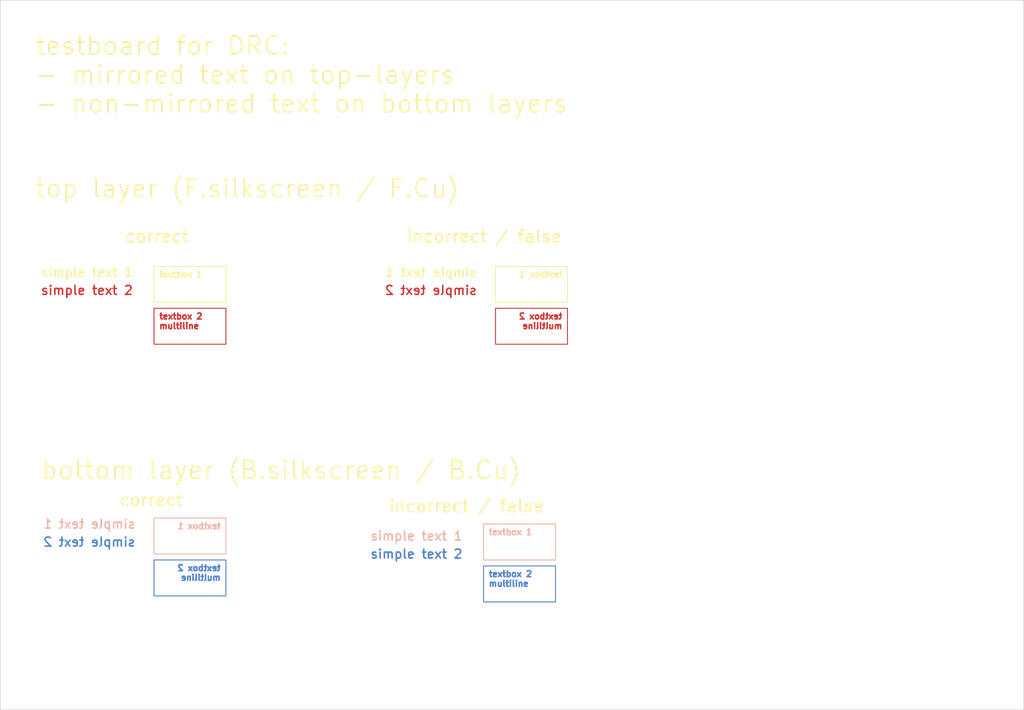
<source format=kicad_pcb>
(kicad_pcb (version 20220914) (generator pcbnew)

  (general
    (thickness 1.026)
  )

  (paper "A3")
  (layers
    (0 "F.Cu" signal)
    (1 "In1.Cu" signal)
    (2 "In2.Cu" signal)
    (31 "B.Cu" signal)
    (34 "B.Paste" user)
    (35 "F.Paste" user)
    (36 "B.SilkS" user "B.Silkscreen")
    (37 "F.SilkS" user "F.Silkscreen")
    (38 "B.Mask" user)
    (39 "F.Mask" user)
    (40 "Dwgs.User" user "User.Drawings")
    (41 "Cmts.User" user "User.Comments")
    (42 "Eco1.User" user "User.Eco1")
    (44 "Edge.Cuts" user)
    (45 "Margin" user)
    (46 "B.CrtYd" user "B.Courtyard")
    (47 "F.CrtYd" user "F.Courtyard")
    (48 "B.Fab" user)
    (49 "F.Fab" user)
  )

  (setup
    (stackup
      (layer "F.SilkS" (type "Top Silk Screen") (color "White"))
      (layer "F.Paste" (type "Top Solder Paste"))
      (layer "F.Mask" (type "Top Solder Mask") (color "Green") (thickness 0.01))
      (layer "F.Cu" (type "copper") (thickness 0.035))
      (layer "dielectric 1" (type "prepreg") (thickness 0.3) (material "FR4") (epsilon_r 4.5) (loss_tangent 0.02))
      (layer "In1.Cu" (type "copper") (thickness 0.018))
      (layer "dielectric 2" (type "core") (thickness 0.3) (material "FR4") (epsilon_r 4.5) (loss_tangent 0.02))
      (layer "In2.Cu" (type "copper") (thickness 0.018))
      (layer "dielectric 3" (type "prepreg") (thickness 0.3) (material "FR4") (epsilon_r 4.5) (loss_tangent 0.02))
      (layer "B.Cu" (type "copper") (thickness 0.035))
      (layer "B.Mask" (type "Bottom Solder Mask") (color "Green") (thickness 0.01))
      (layer "B.Paste" (type "Bottom Solder Paste"))
      (layer "B.SilkS" (type "Bottom Silk Screen") (color "White"))
      (copper_finish "ENIG")
      (dielectric_constraints no)
    )
    (pad_to_mask_clearance 0)
    (pcbplotparams
      (layerselection 0x00010fc_ffffffff)
      (plot_on_all_layers_selection 0x0001000_00000000)
      (disableapertmacros false)
      (usegerberextensions false)
      (usegerberattributes true)
      (usegerberadvancedattributes true)
      (creategerberjobfile true)
      (dashed_line_dash_ratio 12.000000)
      (dashed_line_gap_ratio 3.000000)
      (svgprecision 6)
      (plotframeref false)
      (viasonmask false)
      (mode 1)
      (useauxorigin false)
      (hpglpennumber 1)
      (hpglpenspeed 20)
      (hpglpendiameter 15.000000)
      (dxfpolygonmode true)
      (dxfimperialunits true)
      (dxfusepcbnewfont true)
      (psnegative false)
      (psa4output false)
      (plotreference true)
      (plotvalue true)
      (plotinvisibletext false)
      (sketchpadsonfab false)
      (subtractmaskfromsilk false)
      (outputformat 4)
      (mirror false)
      (drillshape 0)
      (scaleselection 1)
      (outputdirectory "production/")
    )
  )

  (net 0 "")

  (gr_rect (start 9.35 -61.4) (end 180.15 57)
    (stroke (width 0.1) (type default)) (fill none) (layer "Edge.Cuts") (tstamp 911ca37d-8865-4202-a99f-e7891c2d16ae))
  (gr_text "simple text 2" (at 16 -13) (layer "F.Cu") (tstamp 97394bf4-d910-49e0-bda6-baaca7842e99)
    (effects (font (size 1.5 1.5) (thickness 0.25)) (justify left))
  )
  (gr_text "simple text 2" (at 89 -13) (layer "F.Cu") (tstamp ff95eb0d-ff5f-4a8d-a925-d60a05d1fff2)
    (effects (font (size 1.5 1.5) (thickness 0.25)) (justify left mirror))
  )
  (gr_text "simple text 2" (at 71 31) (layer "B.Cu") (tstamp 18ca425a-3b7e-4cc7-8440-480d3042a171)
    (effects (font (size 1.5 1.5) (thickness 0.25)) (justify left))
  )
  (gr_text "simple text 2" (at 32 29) (layer "B.Cu") (tstamp 790ffc06-45d7-4ed4-b045-d89e829d3135)
    (effects (font (size 1.5 1.5) (thickness 0.25)) (justify left mirror))
  )
  (gr_text "simple text 1" (at 32 26) (layer "B.SilkS") (tstamp 7e3a2863-5a81-4d4a-8295-ed17226136f0)
    (effects (font (size 1.5 1.5) (thickness 0.25)) (justify left mirror))
  )
  (gr_text "simple text 1" (at 71 28) (layer "B.SilkS") (tstamp 8cb8f7df-4caa-483a-b7a1-d40d95e631c7)
    (effects (font (size 1.5 1.5) (thickness 0.25)) (justify left))
  )
  (gr_text "incorrect / false" (at 74 23) (layer "F.SilkS") (tstamp 3a0442d8-8f69-4fb3-85b5-b3ffb208ee62)
    (effects (font (size 2 2) (thickness 0.3)) (justify left))
  )
  (gr_text "incorrect / false" (at 77 -22) (layer "F.SilkS") (tstamp 5527bae0-eadf-41e4-9a4e-e82e31eb71f8)
    (effects (font (size 2 2) (thickness 0.3)) (justify left))
  )
  (gr_text "top layer (F.silkscreen / F.Cu)" (at 15 -30) (layer "F.SilkS") (tstamp 80b69f34-19f5-4535-aecf-df8f3e4851e1)
    (effects (font (size 3 3) (thickness 0.3)) (justify left))
  )
  (gr_text "testboard for DRC:\n- mirrored text on top-layers\n- non-mirrored text on bottom layers" (at 15 -49) (layer "F.SilkS") (tstamp 8d9ea4cf-1047-42af-bf72-13258f22d6ad)
    (effects (font (size 3 3) (thickness 0.3)) (justify left))
  )
  (gr_text "correct" (at 30 -22) (layer "F.SilkS") (tstamp a0f029bd-d330-447d-9dd4-6c9ea6600de6)
    (effects (font (size 2 2) (thickness 0.3)) (justify left))
  )
  (gr_text "bottom layer (B.silkscreen / B.Cu)" (at 16 17) (layer "F.SilkS") (tstamp b506ef8d-4126-4569-a30b-5d5c63934176)
    (effects (font (size 3 3) (thickness 0.3)) (justify left))
  )
  (gr_text "correct" (at 29 22) (layer "F.SilkS") (tstamp b620752b-4aab-48d8-8370-8770b56820e3)
    (effects (font (size 2 2) (thickness 0.3)) (justify left))
  )
  (gr_text "simple text 1" (at 16 -16) (layer "F.SilkS") (tstamp dd26746f-af1a-449d-ae5e-a68117c99a23)
    (effects (font (size 1.5 1.5) (thickness 0.25)) (justify left))
  )
  (gr_text "simple text 1" (at 89 -16) (layer "F.SilkS") (tstamp ec347ae7-892c-45b9-a6fe-fe03f0d9c93a)
    (effects (font (size 1.5 1.5) (thickness 0.25)) (justify left mirror))
  )
  (gr_text_box "textbox 2\nmultiline"
    (start 35 -10) (end 47 -4) (layer "F.Cu") (tstamp b37cbeb3-cc18-45c3-a18b-e035ed193e4b)
      (effects (font (size 1 1) (thickness 0.25) bold) (justify left top))
    (stroke (width 0.15) (type solid))  )
  (gr_text_box "textbox 2\nmultiline"
    (start 92 -10) (end 104 -4) (layer "F.Cu") (tstamp d129d2f4-9499-48b6-a0e8-0edf3c1f7c7f)
      (effects (font (size 1 1) (thickness 0.25) bold) (justify left top mirror))
    (stroke (width 0.15) (type solid))  )
  (gr_text_box "textbox 2\nmultiline"
    (start 35 32) (end 47 38) (layer "B.Cu") (tstamp 831c76a2-3beb-4d6b-b7c1-3175cb76a7e0)
      (effects (font (size 1 1) (thickness 0.25) bold) (justify left top mirror))
    (stroke (width 0.15) (type solid))  )
  (gr_text_box "textbox 2\nmultiline"
    (start 90 33) (end 102 39) (layer "B.Cu") (tstamp df9e4d96-b3a4-4674-9dba-7893ca08029d)
      (effects (font (size 1 1) (thickness 0.25) bold) (justify left top))
    (stroke (width 0.15) (type solid))  )
  (gr_text_box "textbox 1"
    (start 35 25) (end 47 31) (layer "B.SilkS") (tstamp a818a586-9ac1-47f6-963e-02014d41be0e)
      (effects (font (size 1 1) (thickness 0.25) bold) (justify left top mirror))
    (stroke (width 0.15) (type solid))  )
  (gr_text_box "textbox 1"
    (start 90 26) (end 102 32) (layer "B.SilkS") (tstamp fc05ddb3-8177-4e58-b8c6-b0abc62afc22)
      (effects (font (size 1 1) (thickness 0.25) bold) (justify left top))
    (stroke (width 0.15) (type solid))  )
  (gr_text_box "textbox 1"
    (start 92 -17) (end 104 -11) (layer "F.SilkS") (tstamp 2d1d2f60-3886-4d23-962a-ce37b181b02f)
      (effects (font (size 1 1) (thickness 0.25) bold) (justify left top mirror))
    (stroke (width 0.15) (type solid))  )
  (gr_text_box "textbox 1"
    (start 35 -17) (end 47 -11) (layer "F.SilkS") (tstamp 876b3d96-2106-4766-b75c-d8c618194c89)
      (effects (font (size 1 1) (thickness 0.25) bold) (justify left top))
    (stroke (width 0.15) (type solid))  )

)

</source>
